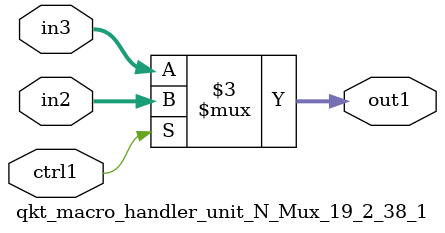
<source format=v>

`timescale 1ps / 1ps


module qkt_macro_handler_unit_N_Mux_19_2_38_1( in3, in2, ctrl1, out1 );

    input [18:0] in3;
    input [18:0] in2;
    input ctrl1;
    output [18:0] out1;
    reg [18:0] out1;

    
    // rtl_process:qkt_macro_handler_unit_N_Mux_19_2_38_1/qkt_macro_handler_unit_N_Mux_19_2_38_1_thread_1
    always @*
      begin : qkt_macro_handler_unit_N_Mux_19_2_38_1_thread_1
        case (ctrl1) 
          1'b1: 
            begin
              out1 = in2;
            end
          default: 
            begin
              out1 = in3;
            end
        endcase
      end

endmodule



</source>
